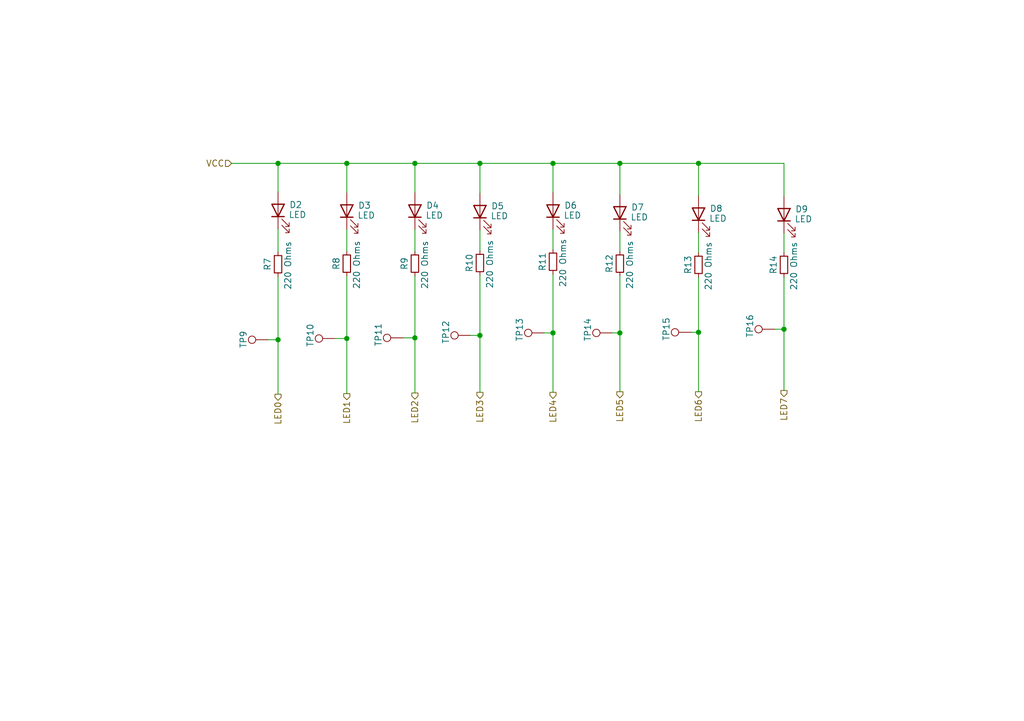
<source format=kicad_sch>
(kicad_sch (version 20231120) (generator "eeschema") (generator_version "8.0")
  (paper "A5")
  (lib_symbols
    (symbol "Connector:TestPoint" (pin_numbers hide) (pin_names (offset 0.762) hide)
      (property "Reference" "TP" (at 0 6.858 0))
      (property "Value" "TestPoint" (at 0 5.08 0))
      (symbol "TestPoint_0_1"
        (circle (center 0 3.302) (radius 0.762))
      )
      (symbol "TestPoint_1_1"
        (pin passive line (at 0 0 90) (length 2.54) (name "1") (number "1"))
      )
    )
    (symbol "Device:LED" (pin_numbers hide) (pin_names (offset 1.016) hide)
      (property "Reference" "D" (at 0 2.54 0))
      (property "Value" "LED" (at 0 -2.54 0))
      (symbol "LED_0_1"
        (polyline (pts (xy -1.27 -1.27) (xy -1.27 1.27)) (stroke (width 0.254)))
        (polyline (pts (xy -1.27 0) (xy 1.27 0)))
        (polyline (pts (xy 1.27 -1.27) (xy 1.27 1.27) (xy -1.27 0) (xy 1.27 -1.27)) (stroke (width 0.254)))
        (polyline (pts (xy -3.048 -0.762) (xy -4.572 -2.286) (xy -3.81 -2.286) (xy -4.572 -2.286) (xy -4.572 -1.524)))
        (polyline (pts (xy -1.778 -0.762) (xy -3.302 -2.286) (xy -2.54 -2.286) (xy -3.302 -2.286) (xy -3.302 -1.524)))
      )
      (symbol "LED_1_1"
        (pin passive line (at -3.81 0 0) (length 2.54) (name "K") (number "1"))
        (pin passive line (at 3.81 0 180) (length 2.54) (name "A") (number "2"))
      )
    )
    (symbol "Device:R_Small" (pin_numbers hide) (pin_names (offset 0.254) hide)
      (property "Reference" "R" (at 0.762 0.508 0))
      (property "Value" "R_Small" (at 0.762 -1.016 0))
      (symbol "R_Small_0_1"
        (rectangle (start -0.762 1.778) (end 0.762 -1.778) (stroke (width 0.2032)))
      )
      (symbol "R_Small_1_1"
        (pin passive line (at 0 2.54 270) (length 0.762) (name "~") (number "1"))
        (pin passive line (at 0 -2.54 90) (length 0.762) (name "~") (number "2"))
      )
    )
  )
  (junction (at 57.023 33.528))
  (junction (at 71.12 33.528))
  (junction (at 98.425 68.834))
  (junction (at 127.127 33.528))
  (junction (at 85.09 69.342))
  (junction (at 57.023 69.723))
  (junction (at 113.411 68.326))
  (junction (at 85.09 33.528))
  (junction (at 127.127 68.326))
  (junction (at 98.425 33.528))
  (junction (at 160.782 67.564))
  (junction (at 143.256 68.199))
  (junction (at 71.12 69.469))
  (junction (at 143.256 33.528))
  (junction (at 113.411 33.528))
  (wire (pts (xy 98.425 33.528) (xy 98.425 39.624)))
  (wire (pts (xy 57.023 46.99) (xy 57.023 51.689)))
  (wire (pts (xy 141.732 68.199) (xy 143.256 68.199)))
  (wire (pts (xy 113.411 80.518) (xy 113.411 68.326)))
  (wire (pts (xy 111.633 68.326) (xy 113.411 68.326)))
  (wire (pts (xy 57.023 56.769) (xy 57.023 69.723)))
  (wire (pts (xy 85.09 47.117) (xy 85.09 51.562)))
  (wire (pts (xy 125.603 68.326) (xy 127.127 68.326)))
  (wire (pts (xy 57.023 33.528) (xy 57.023 39.37)))
  (wire (pts (xy 143.256 56.896) (xy 143.256 68.199)))
  (wire (pts (xy 85.09 56.642) (xy 85.09 69.342)))
  (wire (pts (xy 85.09 33.528) (xy 85.09 39.497)))
  (wire (pts (xy 127.127 33.528) (xy 143.256 33.528)))
  (wire (pts (xy 54.991 69.723) (xy 57.023 69.723)))
  (wire (pts (xy 127.127 68.326) (xy 127.127 80.391)))
  (wire (pts (xy 71.12 56.642) (xy 71.12 69.469)))
  (wire (pts (xy 82.677 69.342) (xy 85.09 69.342)))
  (wire (pts (xy 98.425 68.834) (xy 98.425 80.518)))
  (wire (pts (xy 113.411 33.528) (xy 113.411 39.497)))
  (wire (pts (xy 127.127 56.642) (xy 127.127 68.326)))
  (wire (pts (xy 143.256 68.199) (xy 143.256 80.391)))
  (wire (pts (xy 71.12 33.528) (xy 85.09 33.528)))
  (wire (pts (xy 127.127 33.528) (xy 127.127 39.878)))
  (wire (pts (xy 113.411 33.528) (xy 127.127 33.528)))
  (wire (pts (xy 143.256 47.752) (xy 143.256 51.816)))
  (wire (pts (xy 160.782 33.528) (xy 160.782 40.259)))
  (wire (pts (xy 68.707 69.469) (xy 71.12 69.469)))
  (wire (pts (xy 71.12 69.469) (xy 71.12 80.772)))
  (wire (pts (xy 127.127 47.498) (xy 127.127 51.562)))
  (wire (pts (xy 98.425 47.244) (xy 98.425 51.435)))
  (wire (pts (xy 143.256 33.528) (xy 143.256 40.132)))
  (wire (pts (xy 47.498 33.528) (xy 57.023 33.528)))
  (wire (pts (xy 160.782 67.564) (xy 160.782 80.137)))
  (wire (pts (xy 113.411 47.117) (xy 113.411 51.181)))
  (wire (pts (xy 143.256 33.528) (xy 160.782 33.528)))
  (wire (pts (xy 98.425 56.515) (xy 98.425 68.834)))
  (wire (pts (xy 85.09 69.342) (xy 85.09 80.645)))
  (wire (pts (xy 98.425 33.528) (xy 113.411 33.528)))
  (wire (pts (xy 158.877 67.564) (xy 160.782 67.564)))
  (wire (pts (xy 57.023 33.528) (xy 71.12 33.528)))
  (wire (pts (xy 160.782 56.896) (xy 160.782 67.564)))
  (wire (pts (xy 85.09 33.528) (xy 98.425 33.528)))
  (wire (pts (xy 96.52 68.834) (xy 98.425 68.834)))
  (wire (pts (xy 71.12 47.117) (xy 71.12 51.562)))
  (wire (pts (xy 160.782 47.879) (xy 160.782 51.816)))
  (wire (pts (xy 113.411 68.326) (xy 113.411 56.261)))
  (wire (pts (xy 71.12 33.528) (xy 71.12 39.497)))
  (wire (pts (xy 57.023 69.723) (xy 57.023 80.899)))
  (hierarchical_label "LED3" (shape output) (at 98.425 80.518 270))
  (hierarchical_label "LED7" (shape output) (at 160.782 80.137 270))
  (hierarchical_label "LED2" (shape output) (at 85.09 80.645 270))
  (hierarchical_label "LED6" (shape output) (at 143.256 80.391 270))
  (hierarchical_label "LED4" (shape output) (at 113.411 80.518 270))
  (hierarchical_label "LED5" (shape output) (at 127.127 80.391 270))
  (hierarchical_label "LED1" (shape output) (at 71.12 80.772 270))
  (hierarchical_label "VCC" (shape input) (at 47.498 33.528 180))
  (hierarchical_label "LED0" (shape output) (at 57.023 80.899 270))
  (symbol (lib_id "Connector:TestPoint") (at 158.877 67.564 90) (unit 1)
    (property "Reference" "TP16" (at 153.797 69.342 0) (effects (justify left)))
    (property "Value" "TestPoint" (effects (hide yes)))
    (property "Footprint" "TestPoint:TestPoint_Loop_D2.50mm_Drill1.0mm_LowProfile" (effects (hide yes)))
  )
  (symbol (lib_id "Device:LED") (at 143.256 43.942 90) (unit 1)
    (property "Reference" "D8" (at 145.542 42.799 90) (effects (justify right)))
    (property "Value" "LED" (at 145.415 44.831 90) (effects (justify right)))
    (property "Footprint" "LED_THT:LED_D5.0mm" (effects (hide yes)))
  )
  (symbol (lib_id "Connector:TestPoint") (at 125.603 68.326 90) (unit 1)
    (property "Reference" "TP14" (at 120.523 70.104 0) (effects (justify left)))
    (property "Value" "TestPoint" (effects (hide yes)))
    (property "Footprint" "TestPoint:TestPoint_Loop_D2.50mm_Drill1.0mm_LowProfile" (effects (hide yes)))
  )
  (symbol (lib_id "Device:R_Small") (at 71.12 54.102 180) (unit 1)
    (property "Reference" "R8" (at 68.961 54.102 90))
    (property "Value" "220 Ohms" (at 73.152 54.356 90))
    (property "Footprint" "Resistor_THT:R_Axial_DIN0309_L9.0mm_D3.2mm_P12.70mm_Horizontal" (effects (hide yes)))
  )
  (symbol (lib_id "Connector:TestPoint") (at 68.707 69.469 90) (unit 1)
    (property "Reference" "TP10" (at 63.627 71.247 0) (effects (justify left)))
    (property "Value" "TestPoint" (effects (hide yes)))
    (property "Footprint" "TestPoint:TestPoint_Loop_D2.50mm_Drill1.0mm_LowProfile" (effects (hide yes)))
  )
  (symbol (lib_id "Device:LED") (at 98.425 43.434 90) (unit 1)
    (property "Reference" "D5" (at 100.711 42.291 90) (effects (justify right)))
    (property "Value" "LED" (at 100.584 44.323 90) (effects (justify right)))
    (property "Footprint" "LED_THT:LED_D5.0mm" (effects (hide yes)))
  )
  (symbol (lib_id "Connector:TestPoint") (at 96.52 68.834 90) (unit 1)
    (property "Reference" "TP12" (at 91.44 70.612 0) (effects (justify left)))
    (property "Value" "TestPoint" (effects (hide yes)))
    (property "Footprint" "TestPoint:TestPoint_Loop_D2.50mm_Drill1.0mm_LowProfile" (effects (hide yes)))
  )
  (symbol (lib_id "Connector:TestPoint") (at 54.991 69.723 90) (unit 1)
    (property "Reference" "TP9" (at 49.911 71.501 0) (effects (justify left)))
    (property "Value" "TestPoint" (effects (hide yes)))
    (property "Footprint" "TestPoint:TestPoint_Loop_D2.50mm_Drill1.0mm_LowProfile" (effects (hide yes)))
  )
  (symbol (lib_id "Connector:TestPoint") (at 111.633 68.326 90) (unit 1)
    (property "Reference" "TP13" (at 106.553 70.104 0) (effects (justify left)))
    (property "Value" "TestPoint" (effects (hide yes)))
    (property "Footprint" "TestPoint:TestPoint_Loop_D2.50mm_Drill1.0mm_LowProfile" (effects (hide yes)))
  )
  (symbol (lib_id "Device:LED") (at 127.127 43.688 90) (unit 1)
    (property "Reference" "D7" (at 129.413 42.545 90) (effects (justify right)))
    (property "Value" "LED" (at 129.286 44.577 90) (effects (justify right)))
    (property "Footprint" "LED_THT:LED_D5.0mm" (effects (hide yes)))
  )
  (symbol (lib_id "Device:LED") (at 71.12 43.307 90) (unit 1)
    (property "Reference" "D3" (at 73.406 42.164 90) (effects (justify right)))
    (property "Value" "LED" (at 73.279 44.196 90) (effects (justify right)))
    (property "Footprint" "LED_THT:LED_D5.0mm" (effects (hide yes)))
  )
  (symbol (lib_id "Device:R_Small") (at 113.411 53.721 180) (unit 1)
    (property "Reference" "R11" (at 111.252 53.721 90))
    (property "Value" "220 Ohms" (at 115.443 53.975 90))
    (property "Footprint" "Resistor_THT:R_Axial_DIN0309_L9.0mm_D3.2mm_P12.70mm_Horizontal" (effects (hide yes)))
  )
  (symbol (lib_id "Device:R_Small") (at 98.425 53.975 180) (unit 1)
    (property "Reference" "R10" (at 96.266 53.975 90))
    (property "Value" "220 Ohms" (at 100.457 54.229 90))
    (property "Footprint" "Resistor_THT:R_Axial_DIN0309_L9.0mm_D3.2mm_P12.70mm_Horizontal" (effects (hide yes)))
  )
  (symbol (lib_id "Device:LED") (at 113.411 43.307 90) (unit 1)
    (property "Reference" "D6" (at 115.697 42.164 90) (effects (justify right)))
    (property "Value" "LED" (at 115.57 44.196 90) (effects (justify right)))
    (property "Footprint" "LED_THT:LED_D5.0mm" (effects (hide yes)))
  )
  (symbol (lib_id "Device:R_Small") (at 143.256 54.356 180) (unit 1)
    (property "Reference" "R13" (at 141.097 54.356 90))
    (property "Value" "220 Ohms" (at 145.288 54.61 90))
    (property "Footprint" "Resistor_THT:R_Axial_DIN0309_L9.0mm_D3.2mm_P12.70mm_Horizontal" (effects (hide yes)))
  )
  (symbol (lib_id "Device:R_Small") (at 127.127 54.102 180) (unit 1)
    (property "Reference" "R12" (at 124.968 54.102 90))
    (property "Value" "220 Ohms" (at 129.159 54.356 90))
    (property "Footprint" "Resistor_THT:R_Axial_DIN0309_L9.0mm_D3.2mm_P12.70mm_Horizontal" (effects (hide yes)))
  )
  (symbol (lib_id "Device:LED") (at 85.09 43.307 90) (unit 1)
    (property "Reference" "D4" (at 87.376 42.164 90) (effects (justify right)))
    (property "Value" "LED" (at 87.249 44.196 90) (effects (justify right)))
    (property "Footprint" "LED_THT:LED_D5.0mm" (effects (hide yes)))
  )
  (symbol (lib_id "Connector:TestPoint") (at 141.732 68.199 90) (unit 1)
    (property "Reference" "TP15" (at 136.652 69.977 0) (effects (justify left)))
    (property "Value" "TestPoint" (effects (hide yes)))
    (property "Footprint" "TestPoint:TestPoint_Loop_D2.50mm_Drill1.0mm_LowProfile" (effects (hide yes)))
  )
  (symbol (lib_id "Device:R_Small") (at 160.782 54.356 180) (unit 1)
    (property "Reference" "R14" (at 158.623 54.356 90))
    (property "Value" "220 Ohms" (at 162.814 54.61 90))
    (property "Footprint" "Resistor_THT:R_Axial_DIN0309_L9.0mm_D3.2mm_P12.70mm_Horizontal" (effects (hide yes)))
  )
  (symbol (lib_id "Device:LED") (at 57.023 43.18 90) (unit 1)
    (property "Reference" "D2" (at 59.309 42.037 90) (effects (justify right)))
    (property "Value" "LED" (at 59.182 44.069 90) (effects (justify right)))
    (property "Footprint" "LED_THT:LED_D5.0mm" (effects (hide yes)))
  )
  (symbol (lib_id "Device:R_Small") (at 85.09 54.102 180) (unit 1)
    (property "Reference" "R9" (at 82.931 54.102 90))
    (property "Value" "220 Ohms" (at 87.122 54.356 90))
    (property "Footprint" "Resistor_THT:R_Axial_DIN0309_L9.0mm_D3.2mm_P12.70mm_Horizontal" (effects (hide yes)))
  )
  (symbol (lib_id "Connector:TestPoint") (at 82.677 69.342 90) (unit 1)
    (property "Reference" "TP11" (at 77.597 71.12 0) (effects (justify left)))
    (property "Value" "TestPoint" (effects (hide yes)))
    (property "Footprint" "TestPoint:TestPoint_Loop_D2.50mm_Drill1.0mm_LowProfile" (effects (hide yes)))
  )
  (symbol (lib_id "Device:LED") (at 160.782 44.069 90) (unit 1)
    (property "Reference" "D9" (at 163.068 42.926 90) (effects (justify right)))
    (property "Value" "LED" (at 162.941 44.958 90) (effects (justify right)))
    (property "Footprint" "LED_THT:LED_D5.0mm" (effects (hide yes)))
  )
  (symbol (lib_id "Device:R_Small") (at 57.023 54.229 180) (unit 1)
    (property "Reference" "R7" (at 54.864 54.229 90))
    (property "Value" "220 Ohms" (at 59.055 54.483 90))
    (property "Footprint" "Resistor_THT:R_Axial_DIN0309_L9.0mm_D3.2mm_P12.70mm_Horizontal" (effects (hide yes)))
  )
)
</source>
